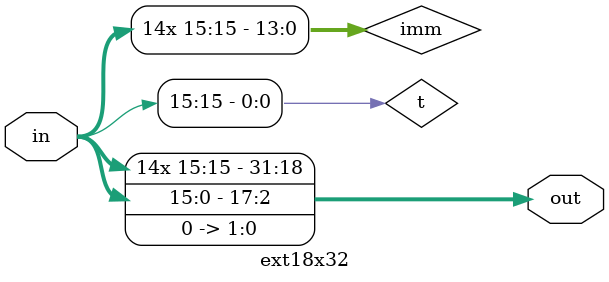
<source format=v>
`timescale 1ns / 1ps


module ext18x32(
    input [15:0]in,
    output[31:0]out
    );
   wire t=in[15];
   wire [13:0]imm={14{t}};
   assign out={imm,in,2'b00};
endmodule

</source>
